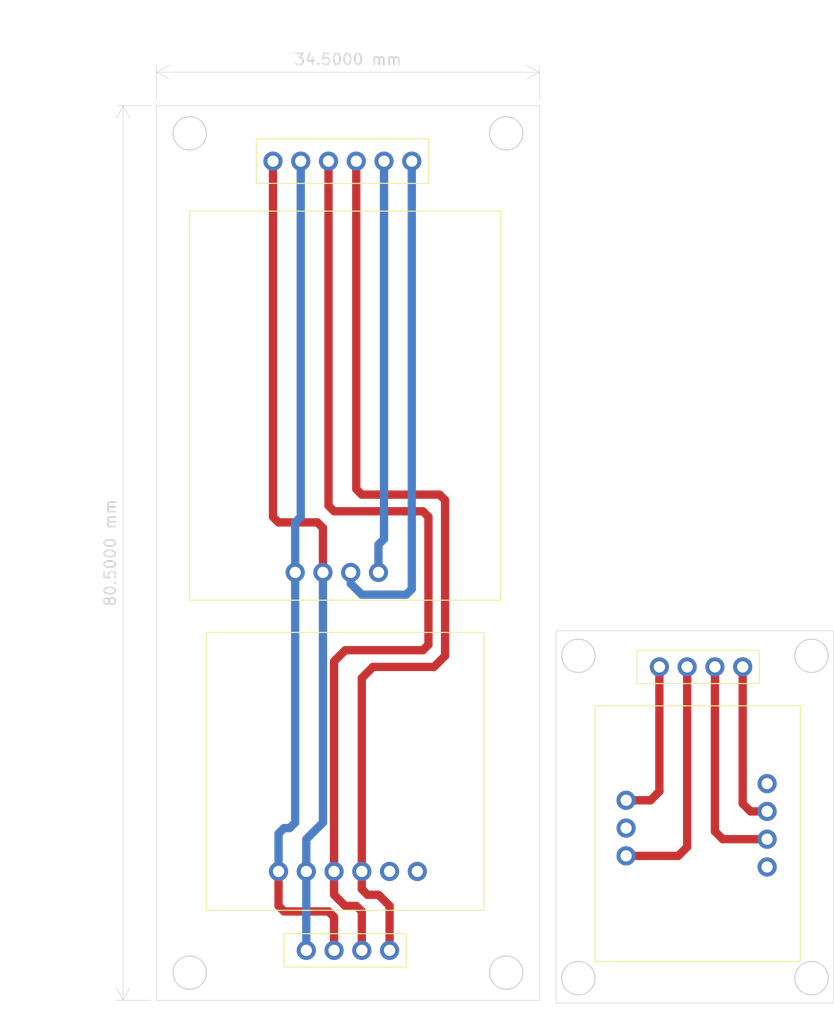
<source format=kicad_pcb>
(kicad_pcb (version 20240108) (generator "pcbnew") (generator_version "8.0")
  (layers (0 "F.Cu" signal) (31 "B.Cu" signal) (34 "B.Paste" user) (35 "F.Paste" user) (36 "B.SilkS" user "B.Silkscreen") (37 "F.SilkS" user "F.Silkscreen") (38 "B.Mask" user) (39 "F.Mask" user) (44 "Edge.Cuts" user))
  (net 0 "")
  (net 3 "5V1")
  (net 5 "GND1")
  (net 6 "SCL1")
  (net 7 "SDA1")
  (net 9 "5V")
  (net 10 "GND")
  (net 12 "SDA")
  (net 13 "SCL")
  (net 14 "RX")
  (net 15 "TX")
  (footprint "TAFLab-Footprint-Library:Top_Boat_PCB" (layer "F.Cu") (at 115 60)
    (property "Reference" "U4" (hide yes))
    (property "Value" "~" (hide yes))
    (fp_rect (start -6.5 -7) (end 9 -3) (stroke (width 0.1)) (fill none) (layer "F.SilkS"))
    (pad "1" thru_hole oval (at -5 -5) (size 1.7272 1.7272) (drill 1.016) (layers "*.Cu" "*.Mask") (net 9 "5V"))
    (pad "2" thru_hole oval (at -2.5 -5) (size 1.7272 1.7272) (drill 1.016) (layers "*.Cu" "*.Mask") (net 10 "GND"))
    (pad "3" thru_hole oval (at 0 -5) (size 1.7272 1.7272) (drill 1.016) (layers "*.Cu" "*.Mask") (net 12 "SDA"))
    (pad "4" thru_hole oval (at 2.5 -5) (size 1.7272 1.7272) (drill 1.016) (layers "*.Cu" "*.Mask") (net 13 "SCL"))
    (pad "5" thru_hole oval (at 5 -5) (size 1.7272 1.7272) (drill 1.016) (layers "*.Cu" "*.Mask") (net 14 "RX"))
    (pad "6" thru_hole oval (at 7.5 -5) (size 1.7272 1.7272) (drill 1.016) (layers "*.Cu" "*.Mask") (net 15 "TX"))
  )
  (footprint "TAFLab-Footprint-Library:AS5600_Magnetic_Encoder_Windvane" (layer "F.Cu") (at 135.5 122.5)
    (property "Reference" "U1" (hide yes))
    (property "Value" "~" (hide yes))
    (fp_rect (start 3.5 -18.5) (end 22 4.5) (stroke (width 0.1)) (fill none) (layer "F.SilkS"))
    (pad "1" thru_hole oval (at 6.3 -10) (size 1.7272 1.7272) (drill 1.016) (layers "*.Cu" "*.Mask") (net 3 "5V1"))
    (pad "2" thru_hole oval (at 6.3 -7.5) (size 1.7272 1.7272) (drill 1.016) (layers "*.Cu" "*.Mask"))
    (pad "3" thru_hole oval (at 6.3 -5) (size 1.7272 1.7272) (drill 1.016) (layers "*.Cu" "*.Mask") (net 5 "GND1"))
    (pad "4" thru_hole oval (at 19 -11.5) (size 1.7272 1.7272) (drill 1.016) (layers "*.Cu" "*.Mask"))
    (pad "5" thru_hole oval (at 19 -9) (size 1.7272 1.7272) (drill 1.016) (layers "*.Cu" "*.Mask") (net 6 "SCL1"))
    (pad "6" thru_hole oval (at 19 -6.5) (size 1.7272 1.7272) (drill 1.016) (layers "*.Cu" "*.Mask") (net 7 "SDA1"))
    (pad "7" thru_hole oval (at 19 -4) (size 1.7272 1.7272) (drill 1.016) (layers "*.Cu" "*.Mask"))
  )
  (footprint "TAFLab-Footprint-Library:XBeeBreakout" (layer "F.Cu") (at 122 92 90)
    (property "Reference" "U3" (hide yes))
    (property "Value" "~" (hide yes))
    (fp_rect (start -2.5 -19.5) (end 32.5 8.5) (stroke (width 0.1)) (fill none) (layer "F.SilkS"))
    (pad "1" thru_hole oval (at 0 -10 90) (size 1.7272 1.7272) (drill 1.016) (layers "*.Cu" "*.Mask") (net 10 "GND"))
    (pad "2" thru_hole oval (at 0 -7.5 90) (size 1.7272 1.7272) (drill 1.016) (layers "*.Cu" "*.Mask") (net 9 "5V"))
    (pad "3" thru_hole oval (at 0 -5 90) (size 1.7272 1.7272) (drill 1.016) (layers "*.Cu" "*.Mask") (net 15 "TX"))
    (pad "4" thru_hole oval (at 0 -2.5 90) (size 1.7272 1.7272) (drill 1.016) (layers "*.Cu" "*.Mask") (net 14 "RX"))
  )
  (footprint "TAFLab-Footprint-Library:BME280_PHT" (layer "F.Cu") (at 120.5 132.4 90)
    (property "Reference" "U2" (hide yes))
    (property "Value" "~" (hide yes))
    (fp_rect (start 10 -16.5) (end 35 8.5) (stroke (width 0.1)) (fill none) (layer "F.SilkS"))
    (pad "1" thru_hole oval (at 13.5 -10 90) (size 1.7272 1.7272) (drill 1.016) (layers "*.Cu" "*.Mask") (net 10 "GND"))
    (pad "2" thru_hole oval (at 13.5 -7.5 90) (size 1.7272 1.7272) (drill 1.016) (layers "*.Cu" "*.Mask") (net 9 "5V"))
    (pad "3" thru_hole oval (at 13.5 -5 90) (size 1.7272 1.7272) (drill 1.016) (layers "*.Cu" "*.Mask") (net 12 "SDA"))
    (pad "4" thru_hole oval (at 13.5 -2.5 90) (size 1.7272 1.7272) (drill 1.016) (layers "*.Cu" "*.Mask") (net 13 "SCL"))
    (pad "5" thru_hole oval (at 13.5 0 90) (size 1.7272 1.7272) (drill 1.016) (layers "*.Cu" "*.Mask"))
    (pad "6" thru_hole oval (at 13.5 2.5 90) (size 1.7272 1.7272) (drill 1.016) (layers "*.Cu" "*.Mask"))
  )
  (footprint "TAFLab-Footprint-Library:Default4Pin" (layer "F.Cu") (at 159.8 100.5 90)
    (property "Reference" "U6" (hide yes))
    (property "Value" "~" (hide yes))
    (fp_rect (start -1.5 -17) (end 1.5 -6) (stroke (width 0.1)) (fill none) (layer "F.SilkS"))
    (pad "1" thru_hole oval (at 0 -15 90) (size 1.7272 1.7272) (drill 1.016) (layers "*.Cu" "*.Mask") (net 3 "5V1"))
    (pad "2" thru_hole oval (at 0 -12.5 90) (size 1.7272 1.7272) (drill 1.016) (layers "*.Cu" "*.Mask") (net 5 "GND1"))
    (pad "3" thru_hole oval (at 0 -10 90) (size 1.7272 1.7272) (drill 1.016) (layers "*.Cu" "*.Mask") (net 7 "SDA1"))
    (pad "4" thru_hole oval (at 0 -7.5 90) (size 1.7272 1.7272) (drill 1.016) (layers "*.Cu" "*.Mask") (net 6 "SCL1"))
  )
  (footprint "TAFLab-Footprint-Library:Default4Pin" (layer "F.Cu") (at 128 126 90)
    (property "Reference" "U5" (hide yes))
    (property "Value" "~" (hide yes))
    (fp_rect (start -1.5 -17) (end 1.5 -6) (stroke (width 0.1)) (fill none) (layer "F.SilkS"))
    (pad "1" thru_hole oval (at 0 -15 90) (size 1.7272 1.7272) (drill 1.016) (layers "*.Cu" "*.Mask") (net 9 "5V"))
    (pad "2" thru_hole oval (at 0 -12.5 90) (size 1.7272 1.7272) (drill 1.016) (layers "*.Cu" "*.Mask") (net 10 "GND"))
    (pad "3" thru_hole oval (at 0 -10 90) (size 1.7272 1.7272) (drill 1.016) (layers "*.Cu" "*.Mask") (net 12 "SDA"))
    (pad "4" thru_hole oval (at 0 -7.5 90) (size 1.7272 1.7272) (drill 1.016) (layers "*.Cu" "*.Mask") (net 13 "SCL"))
  )
  (gr_circle (center 131 52.5) (end 132.5 52.5) (stroke (width 0.1)) (fill none) (layer "Edge.Cuts"))
  (gr_rect (start 135.5 97.25) (end 160.5 130.75) (stroke (width 0.05)) (fill none) (layer "Edge.Cuts"))
  (gr_circle (center 102.5 128) (end 104 128) (stroke (width 0.1)) (fill none) (layer "Edge.Cuts"))
  (gr_circle (center 137.5 128.5) (end 139 128.5) (stroke (width 0.1)) (fill none) (layer "Edge.Cuts"))
  (gr_circle (center 158.5 99.5) (end 160 99.5) (stroke (width 0.1)) (fill none) (layer "Edge.Cuts"))
  (gr_circle (center 158.5 128.5) (end 160 128.5) (stroke (width 0.1)) (fill none) (layer "Edge.Cuts"))
  (gr_circle (center 137.5 99.5) (end 139 99.5) (stroke (width 0.1)) (fill none) (layer "Edge.Cuts"))
  (gr_rect (start 99.5 50) (end 134 130.5) (stroke (width 0.05)) (fill none) (layer "Edge.Cuts"))
  (gr_circle (center 131 128) (end 132.5 128) (stroke (width 0.1)) (fill none) (layer "Edge.Cuts"))
  (gr_circle (center 102.5 52.5) (end 104 52.5) (stroke (width 0.1)) (fill none) (layer "Edge.Cuts"))
  (dimension (type aligned) (layer "Edge.Cuts") (pts (xy 99.5 50) (xy 134 50)) (height -3) (gr_text "34.5000 mm" (at 116.75 45.85 0) (layer "Edge.Cuts") (effects (font (size 1 1) (thickness 0.15)))) (format (prefix "") (suffix "") (units 3) (units_format 1) (precision 4)) (style (thickness 0.05) (arrow_length 1.27) (text_position_mode 0) (extension_height 0.58642) (extension_offset 0.5) keep_text_aligned))
  (dimension (type aligned) (layer "Edge.Cuts") (pts (xy 99.5 50) (xy 99.5 130.5)) (height 2.999999) (gr_text "80.5000 mm" (at 95.350001 90.25 90) (layer "Edge.Cuts") (effects (font (size 1 1) (thickness 0.15)))) (format (prefix "") (suffix "") (units 3) (units_format 1) (precision 4)) (style (thickness 0.05) (arrow_length 1.27) (text_position_mode 0) (extension_height 0.58642) (extension_offset 0.5) keep_text_aligned))
  (segment (start 144.8 111.7) (end 144.8 100.5) (width 0.75) (layer "F.Cu") (net 3))
  (segment (start 144 112.5) (end 141.8 112.5) (width 0.75) (layer "F.Cu") (net 3))
  (segment (start 144.8 111.7) (end 144 112.5) (width 0.75) (layer "F.Cu") (net 3))
  (segment (start 146.5 117.5) (end 141.8 117.5) (width 0.75) (layer "F.Cu") (net 5))
  (segment (start 147.3 116.7) (end 147.3 100.5) (width 0.75) (layer "F.Cu") (net 5))
  (segment (start 147.3 116.7) (end 146.5 117.5) (width 0.75) (layer "F.Cu") (net 5))
  (segment (start 152.3 112.8) (end 153 113.5) (width 0.75) (layer "F.Cu") (net 6))
  (segment (start 152.3 112.8) (end 152.3 100.5) (width 0.75) (layer "F.Cu") (net 6))
  (segment (start 153 113.5) (end 154.5 113.5) (width 0.75) (layer "F.Cu") (net 6))
  (segment (start 149.8 115.3) (end 149.8 100.5) (width 0.75) (layer "F.Cu") (net 7))
  (segment (start 150.5 116) (end 154.5 116) (width 0.75) (layer "F.Cu") (net 7))
  (segment (start 149.8 115.3) (end 150.5 116) (width 0.75) (layer "F.Cu") (net 7))
  (segment (start 110.5 87.5) (end 114 87.5) (width 0.75) (layer "F.Cu") (net 9))
  (segment (start 110 87) (end 110.5 87.5) (width 0.75) (layer "F.Cu") (net 9))
  (segment (start 114.5 88) (end 114.5 92) (width 0.75) (layer "F.Cu") (net 9))
  (segment (start 114 87.5) (end 114.5 88) (width 0.75) (layer "F.Cu") (net 9))
  (segment (start 110 55) (end 110 87) (width 0.75) (layer "F.Cu") (net 9))
  (segment (start 114.5 92) (end 114.5 114.5) (width 0.75) (layer "B.Cu") (net 9))
  (segment (start 113 116) (end 113 118.9) (width 0.75) (layer "B.Cu") (net 9))
  (segment (start 113 118.9) (end 113 126) (width 0.75) (layer "B.Cu") (net 9))
  (segment (start 114.5 114.5) (end 113 116) (width 0.75) (layer "B.Cu") (net 9))
  (segment (start 111 122.5) (end 115 122.5) (width 0.75) (layer "F.Cu") (net 10))
  (segment (start 110.5 122) (end 111 122.5) (width 0.75) (layer "F.Cu") (net 10))
  (segment (start 115.5 123) (end 115.5 126) (width 0.75) (layer "F.Cu") (net 10))
  (segment (start 110.5 118.9) (end 110.5 122) (width 0.75) (layer "F.Cu") (net 10))
  (segment (start 115 122.5) (end 115.5 123) (width 0.75) (layer "F.Cu") (net 10))
  (segment (start 111 115) (end 110.5 115.5) (width 0.75) (layer "B.Cu") (net 10))
  (segment (start 110.5 115.5) (end 110.5 118.9) (width 0.75) (layer "B.Cu") (net 10))
  (segment (start 112.5 55) (end 112.5 87) (width 0.75) (layer "B.Cu") (net 10))
  (segment (start 112.5 87) (end 112 87.5) (width 0.75) (layer "B.Cu") (net 10))
  (segment (start 112 114.5) (end 111.5 115) (width 0.75) (layer "B.Cu") (net 10))
  (segment (start 111.5 115) (end 111 115) (width 0.75) (layer "B.Cu") (net 10))
  (segment (start 112 87.5) (end 112 92) (width 0.75) (layer "B.Cu") (net 10))
  (segment (start 112 92) (end 112 114.5) (width 0.75) (layer "B.Cu") (net 10))
  (segment (start 123.5 99) (end 116.5 99) (width 0.75) (layer "F.Cu") (net 12))
  (segment (start 115.5 118.9) (end 115.5 121) (width 0.75) (layer "F.Cu") (net 12))
  (segment (start 116.5 122) (end 117.5 122) (width 0.75) (layer "F.Cu") (net 12))
  (segment (start 115.5 86.5) (end 123.5 86.5) (width 0.75) (layer "F.Cu") (net 12))
  (segment (start 115 55) (end 115 86) (width 0.75) (layer "F.Cu") (net 12))
  (segment (start 118 122.5) (end 118 126) (width 0.75) (layer "F.Cu") (net 12))
  (segment (start 115 86) (end 115.5 86.5) (width 0.75) (layer "F.Cu") (net 12))
  (segment (start 124 87) (end 124 98.5) (width 0.75) (layer "F.Cu") (net 12))
  (segment (start 123.5 86.5) (end 124 87) (width 0.75) (layer "F.Cu") (net 12))
  (segment (start 116.5 99) (end 115.5 100) (width 0.75) (layer "F.Cu") (net 12))
  (segment (start 124 98.5) (end 123.5 99) (width 0.75) (layer "F.Cu") (net 12))
  (segment (start 117.5 122) (end 118 122.5) (width 0.75) (layer "F.Cu") (net 12))
  (segment (start 115.5 100) (end 115.5 118.9) (width 0.75) (layer "F.Cu") (net 12))
  (segment (start 115.5 121) (end 116.5 122) (width 0.75) (layer "F.Cu") (net 12))
  (segment (start 120.5 122) (end 120.5 126) (width 0.75) (layer "F.Cu") (net 13))
  (segment (start 119.5 121) (end 120.5 122) (width 0.75) (layer "F.Cu") (net 13))
  (segment (start 125 85) (end 125.5 85.5) (width 0.75) (layer "F.Cu") (net 13))
  (segment (start 117.5 84.5) (end 118 85) (width 0.75) (layer "F.Cu") (net 13))
  (segment (start 117.5 55) (end 117.5 84.5) (width 0.75) (layer "F.Cu") (net 13))
  (segment (start 125.5 85.5) (end 125.5 99.5) (width 0.75) (layer "F.Cu") (net 13))
  (segment (start 118.5 121) (end 119.5 121) (width 0.75) (layer "F.Cu") (net 13))
  (segment (start 119 100.5) (end 118 101.5) (width 0.75) (layer "F.Cu") (net 13))
  (segment (start 118 120.5) (end 118.5 121) (width 0.75) (layer "F.Cu") (net 13))
  (segment (start 125.5 99.5) (end 124.5 100.5) (width 0.75) (layer "F.Cu") (net 13))
  (segment (start 118 85) (end 125 85) (width 0.75) (layer "F.Cu") (net 13))
  (segment (start 124.5 100.5) (end 119 100.5) (width 0.75) (layer "F.Cu") (net 13))
  (segment (start 118 118.9) (end 118 120.5) (width 0.75) (layer "F.Cu") (net 13))
  (segment (start 118 101.5) (end 118 118.9) (width 0.75) (layer "F.Cu") (net 13))
  (segment (start 119.5 89.5) (end 119.5 92) (width 0.75) (layer "B.Cu") (net 14))
  (segment (start 120 55) (end 120 89) (width 0.75) (layer "B.Cu") (net 14))
  (segment (start 120 89) (end 119.5 89.5) (width 0.75) (layer "B.Cu") (net 14))
  (segment (start 117 93) (end 117 92) (width 0.75) (layer "B.Cu") (net 15))
  (segment (start 122.5 93.5) (end 122 94) (width 0.75) (layer "B.Cu") (net 15))
  (segment (start 122 94) (end 118 94) (width 0.75) (layer "B.Cu") (net 15))
  (segment (start 118 94) (end 117 93) (width 0.75) (layer "B.Cu") (net 15))
  (segment (start 122.5 55) (end 122.5 93.5) (width 0.75) (layer "B.Cu") (net 15))
)
</source>
